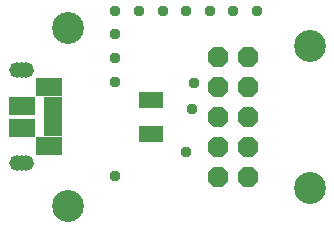
<source format=gbr>
G04 EAGLE Gerber RS-274X export*
G75*
%MOMM*%
%FSLAX34Y34*%
%LPD*%
%INSoldermask Bottom*%
%IPPOS*%
%AMOC8*
5,1,8,0,0,1.08239X$1,22.5*%
G01*
G04 Define Apertures*
%ADD10C,2.703200*%
%ADD11P,1.8695X8X112.5*%
%ADD12R,2.018500X1.367800*%
%ADD13R,1.574800X0.660400*%
%ADD14R,2.311400X1.600200*%
%ADD15C,1.320800*%
%ADD16C,1.209041*%
%ADD17C,0.959600*%
D10*
X60000Y-75000D03*
X265000Y-60000D03*
X265000Y60000D03*
X60000Y75000D03*
D11*
X212700Y-50800D03*
X187300Y-50800D03*
X212700Y-25400D03*
X187300Y-25400D03*
X212700Y0D03*
X187300Y0D03*
X212700Y25400D03*
X187300Y25400D03*
X212700Y50800D03*
X187300Y50800D03*
D12*
X130000Y-14754D03*
X130000Y14754D03*
D13*
X47371Y13300D03*
X47371Y6800D03*
X47371Y300D03*
X47371Y-6200D03*
X47371Y-12700D03*
D14*
X20701Y-9075D03*
X20701Y9675D03*
X43688Y-24700D03*
X43688Y25300D03*
D15*
X24257Y-39116D03*
X17145Y-39116D03*
D16*
X17221Y-39116D02*
X24181Y-39116D01*
D15*
X24257Y39624D03*
X17145Y39624D03*
D16*
X17221Y39624D02*
X24181Y39624D01*
D15*
X20687Y-39116D03*
X20687Y39624D03*
D17*
X100000Y90000D03*
X100000Y50000D03*
X100000Y70000D03*
X180000Y90000D03*
X160000Y90000D03*
X140000Y90000D03*
X120000Y90000D03*
X100000Y30000D03*
X200000Y90000D03*
X220000Y90000D03*
X100000Y-50000D03*
X160000Y-30000D03*
X166291Y28709D03*
X165000Y7000D03*
M02*

</source>
